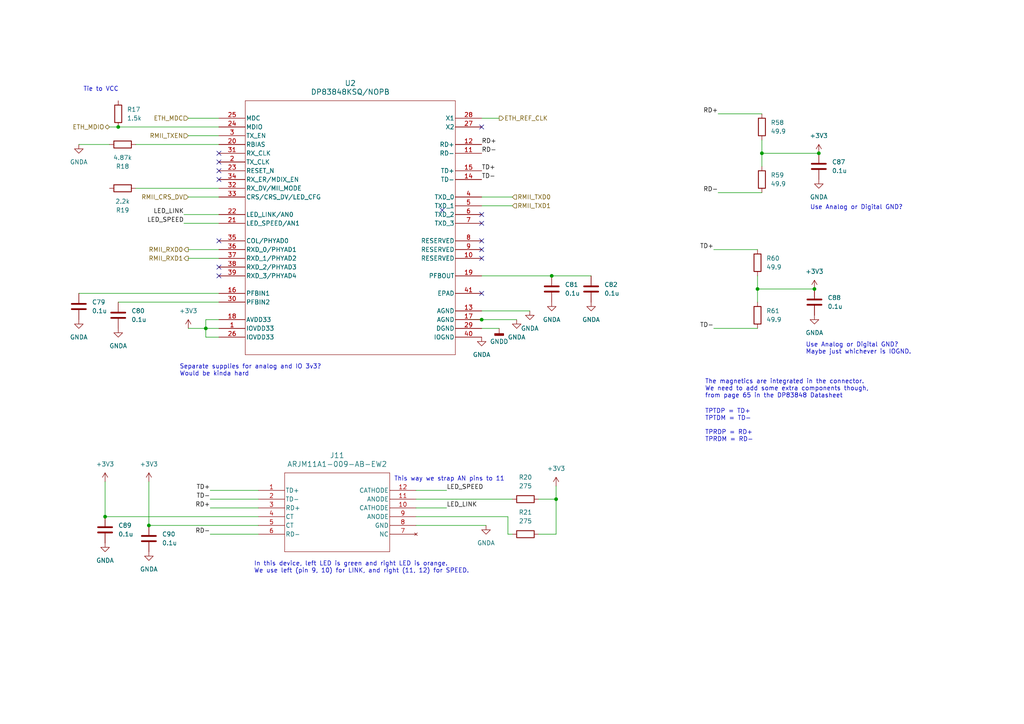
<source format=kicad_sch>
(kicad_sch (version 20231120) (generator "eeschema") (generator_version "8.0")
  (paper "A4")
  (lib_symbols
    (symbol "ARJM11A1-009-AB-EW2:ARJM11A1-009-AB-EW2" (pin_names (offset 0.254))
      (property "Reference" "J" (at 22.86 10.16 0))
      (property "Value" "ARJM11A1-009-AB-EW2" (at 22.86 7.62 0))
      (symbol "ARJM11A1-009-AB-EW2_0_1"
        (polyline (pts (xy 7.62 -17.78) (xy 38.1 -17.78)) (stroke (width 0.127)))
        (polyline (pts (xy 7.62 5.08) (xy 7.62 -17.78)) (stroke (width 0.127)))
        (polyline (pts (xy 38.1 -17.78) (xy 38.1 5.08)) (stroke (width 0.127)))
        (polyline (pts (xy 38.1 5.08) (xy 7.62 5.08)) (stroke (width 0.127)))
        (pin unspecified line (at 0 0 0) (length 7.62) (name "TD+") (number "1"))
        (pin unspecified line (at 45.72 -5.08 180) (length 7.62) (name "CATHODE") (number "10"))
        (pin unspecified line (at 45.72 -2.54 180) (length 7.62) (name "ANODE") (number "11"))
        (pin unspecified line (at 45.72 0 180) (length 7.62) (name "CATHODE") (number "12"))
        (pin unspecified line (at 0 -2.54 0) (length 7.62) (name "TD-") (number "2"))
        (pin unspecified line (at 0 -5.08 0) (length 7.62) (name "RD+") (number "3"))
        (pin unspecified line (at 0 -7.62 0) (length 7.62) (name "CT") (number "4"))
        (pin unspecified line (at 0 -10.16 0) (length 7.62) (name "CT") (number "5"))
        (pin unspecified line (at 0 -12.7 0) (length 7.62) (name "RD-") (number "6"))
        (pin no_connect line (at 45.72 -12.7 180) (length 7.62) (name "NC") (number "7"))
        (pin power_out line (at 45.72 -10.16 180) (length 7.62) (name "GND") (number "8"))
        (pin unspecified line (at 45.72 -7.62 180) (length 7.62) (name "ANODE") (number "9"))
      )
    )
    (symbol "DP83848K:DP83848KSQ_NOPB" (pin_names (offset 0.254))
      (property "Reference" "U" (at 38.1 10.16 0))
      (property "Value" "DP83848KSQ/NOPB" (at 38.1 7.62 0))
      (symbol "DP83848KSQ_NOPB_0_1"
        (polyline (pts (xy 7.62 -68.58) (xy 68.58 -68.58)) (stroke (width 0.127)))
        (polyline (pts (xy 7.62 5.08) (xy 7.62 -68.58)) (stroke (width 0.127)))
        (polyline (pts (xy 68.58 -68.58) (xy 68.58 5.08)) (stroke (width 0.127)))
        (polyline (pts (xy 68.58 5.08) (xy 7.62 5.08)) (stroke (width 0.127)))
        (pin power_in line (at 0 -60.96 0) (length 7.62) (name "IOVDD33") (number "1"))
        (pin bidirectional line (at 76.2 -40.64 180) (length 7.62) (name "RESERVED") (number "10"))
        (pin bidirectional line (at 76.2 -10.16 180) (length 7.62) (name "RD-") (number "11"))
        (pin bidirectional line (at 76.2 -7.62 180) (length 7.62) (name "RD+") (number "12"))
        (pin power_in line (at 76.2 -55.88 180) (length 7.62) (name "AGND") (number "13"))
        (pin bidirectional line (at 76.2 -17.78 180) (length 7.62) (name "TD-") (number "14"))
        (pin bidirectional line (at 76.2 -15.24 180) (length 7.62) (name "TD+") (number "15"))
        (pin input line (at 0 -50.8 0) (length 7.62) (name "PFBIN1") (number "16"))
        (pin power_in line (at 76.2 -58.42 180) (length 7.62) (name "AGND") (number "17"))
        (pin power_in line (at 0 -58.42 0) (length 7.62) (name "AVDD33") (number "18"))
        (pin output line (at 76.2 -45.72 180) (length 7.62) (name "PFBOUT") (number "19"))
        (pin output line (at 0 -12.7 0) (length 7.62) (name "TX_CLK") (number "2"))
        (pin input line (at 0 -7.62 0) (length 7.62) (name "RBIAS") (number "20"))
        (pin output line (at 0 -30.48 0) (length 7.62) (name "LED_SPEED/AN1") (number "21"))
        (pin output line (at 0 -27.94 0) (length 7.62) (name "LED_LINK/AN0") (number "22"))
        (pin input line (at 0 -15.24 0) (length 7.62) (name "RESET_N") (number "23"))
        (pin bidirectional line (at 0 -2.54 0) (length 7.62) (name "MDIO") (number "24"))
        (pin input line (at 0 0 0) (length 7.62) (name "MDC") (number "25"))
        (pin power_in line (at 0 -63.5 0) (length 7.62) (name "IOVDD33") (number "26"))
        (pin output line (at 76.2 -2.54 180) (length 7.62) (name "X2") (number "27"))
        (pin input line (at 76.2 0 180) (length 7.62) (name "X1") (number "28"))
        (pin power_in line (at 76.2 -60.96 180) (length 7.62) (name "DGND") (number "29"))
        (pin input line (at 0 -5.08 0) (length 7.62) (name "TX_EN") (number "3"))
        (pin input line (at 0 -53.34 0) (length 7.62) (name "PFBIN2") (number "30"))
        (pin output line (at 0 -10.16 0) (length 7.62) (name "RX_CLK") (number "31"))
        (pin output line (at 0 -20.32 0) (length 7.62) (name "RX_DV/MII_MODE") (number "32"))
        (pin output line (at 0 -22.86 0) (length 7.62) (name "CRS/CRS_DV/LED_CFG") (number "33"))
        (pin output line (at 0 -17.78 0) (length 7.62) (name "RX_ER/MDIX_EN") (number "34"))
        (pin output line (at 0 -35.56 0) (length 7.62) (name "COL/PHYAD0") (number "35"))
        (pin output line (at 0 -38.1 0) (length 7.62) (name "RXD_0/PHYAD1") (number "36"))
        (pin output line (at 0 -40.64 0) (length 7.62) (name "RXD_1/PHYAD2") (number "37"))
        (pin output line (at 0 -43.18 0) (length 7.62) (name "RXD_2/PHYAD3") (number "38"))
        (pin output line (at 0 -45.72 0) (length 7.62) (name "RXD_3/PHYAD4") (number "39"))
        (pin input line (at 76.2 -22.86 180) (length 7.62) (name "TXD_0") (number "4"))
        (pin power_in line (at 76.2 -63.5 180) (length 7.62) (name "IOGND") (number "40"))
        (pin unspecified line (at 76.2 -50.8 180) (length 7.62) (name "EPAD") (number "41"))
        (pin input line (at 76.2 -25.4 180) (length 7.62) (name "TXD_1") (number "5"))
        (pin input line (at 76.2 -27.94 180) (length 7.62) (name "TXD_2") (number "6"))
        (pin input line (at 76.2 -30.48 180) (length 7.62) (name "TXD_3") (number "7"))
        (pin bidirectional line (at 76.2 -35.56 180) (length 7.62) (name "RESERVED") (number "8"))
        (pin bidirectional line (at 76.2 -38.1 180) (length 7.62) (name "RESERVED") (number "9"))
      )
    )
    (symbol "Device:C" (pin_numbers hide) (pin_names (offset 0.254))
      (property "Reference" "C" (at 0.635 2.54 0))
      (property "Value" "C" (at 0.635 -2.54 0))
      (symbol "C_0_1"
        (polyline (pts (xy -2.032 -0.762) (xy 2.032 -0.762)) (stroke (width 0.508)))
        (polyline (pts (xy -2.032 0.762) (xy 2.032 0.762)) (stroke (width 0.508)))
      )
      (symbol "C_1_1"
        (pin passive line (at 0 3.81 270) (length 2.794) (name "~") (number "1"))
        (pin passive line (at 0 -3.81 90) (length 2.794) (name "~") (number "2"))
      )
    )
    (symbol "Device:R" (pin_numbers hide) (pin_names (offset 0))
      (property "Reference" "R" (at 2.032 0 90))
      (property "Value" "R" (at 0 0 90))
      (symbol "R_0_1"
        (rectangle (start -1.016 -2.54) (end 1.016 2.54) (stroke (width 0.254)))
      )
      (symbol "R_1_1"
        (pin passive line (at 0 3.81 270) (length 1.27) (name "~") (number "1"))
        (pin passive line (at 0 -3.81 90) (length 1.27) (name "~") (number "2"))
      )
    )
    (symbol "power:+3V3" (power) (pin_names (offset 0))
      (property "Value" "+3V3" (at 0 3.556 0))
      (symbol "+3V3_0_1"
        (polyline (pts (xy -0.762 1.27) (xy 0 2.54)))
        (polyline (pts (xy 0 0) (xy 0 2.54)))
        (polyline (pts (xy 0 2.54) (xy 0.762 1.27)))
      )
      (symbol "+3V3_1_1"
        (pin power_in line (at 0 0 90) (length 0) hide (name "+3V3") (number "1"))
      )
    )
    (symbol "power:GNDA" (power) (pin_names (offset 0))
      (property "Value" "GNDA" (at 0 -3.81 0))
      (symbol "GNDA_0_1"
        (polyline (pts (xy 0 0) (xy 0 -1.27) (xy 1.27 -1.27) (xy 0 -2.54) (xy -1.27 -1.27) (xy 0 -1.27)))
      )
      (symbol "GNDA_1_1"
        (pin power_in line (at 0 0 270) (length 0) hide (name "GNDA") (number "1"))
      )
    )
    (symbol "power:GNDD" (power) (pin_names (offset 0))
      (property "Value" "GNDD" (at 0 -3.175 0))
      (symbol "GNDD_0_1"
        (rectangle (start -1.27 -1.524) (end 1.27 -2.032) (stroke (width 0.254)) (fill (type outline)))
        (polyline (pts (xy 0 0) (xy 0 -1.524)))
      )
      (symbol "GNDD_1_1"
        (pin power_in line (at 0 0 270) (length 0) hide (name "GNDD") (number "1"))
      )
    )
  )
  (junction (at 139.7 92.71))
  (junction (at 59.69 95.25))
  (junction (at 160.02 80.01))
  (junction (at 34.29 36.83))
  (junction (at 161.29 144.78))
  (junction (at 236.22 83.82))
  (junction (at 30.48 149.86))
  (junction (at 43.18 152.4))
  (junction (at 219.71 83.82))
  (junction (at 237.49 44.45))
  (junction (at 220.98 44.45))
  (no_connect (at 139.7 36.83))
  (no_connect (at 139.7 64.77))
  (no_connect (at 139.7 85.09))
  (no_connect (at 63.5 52.07))
  (no_connect (at 63.5 46.99))
  (no_connect (at 139.7 62.23))
  (no_connect (at 139.7 69.85))
  (no_connect (at 128.27 60.96))
  (no_connect (at 63.5 49.53))
  (no_connect (at 63.5 69.85))
  (no_connect (at 63.5 80.01))
  (no_connect (at 139.7 74.93))
  (no_connect (at 63.5 44.45))
  (no_connect (at 139.7 72.39))
  (no_connect (at 63.5 77.47))
  (wire (pts (xy 139.7 95.25) (xy 144.78 95.25)))
  (wire (pts (xy 161.29 144.78) (xy 156.21 144.78)))
  (wire (pts (xy 60.96 142.24) (xy 74.93 142.24)))
  (wire (pts (xy 161.29 140.97) (xy 161.29 144.78)))
  (wire (pts (xy 144.78 34.29) (xy 139.7 34.29)))
  (wire (pts (xy 148.59 144.78) (xy 120.65 144.78)))
  (wire (pts (xy 43.18 152.4) (xy 74.93 152.4)))
  (wire (pts (xy 135.89 92.71) (xy 139.7 92.71)))
  (wire (pts (xy 30.48 139.7) (xy 30.48 149.86)))
  (wire (pts (xy 30.48 149.86) (xy 74.93 149.86)))
  (wire (pts (xy 219.71 83.82) (xy 219.71 87.63)))
  (wire (pts (xy 207.01 95.25) (xy 219.71 95.25)))
  (wire (pts (xy 148.59 154.94) (xy 147.32 154.94)))
  (wire (pts (xy 60.96 154.94) (xy 74.93 154.94)))
  (wire (pts (xy 129.54 147.32) (xy 120.65 147.32)))
  (wire (pts (xy 22.86 85.09) (xy 63.5 85.09)))
  (wire (pts (xy 39.37 41.91) (xy 63.5 41.91)))
  (wire (pts (xy 60.96 144.78) (xy 74.93 144.78)))
  (wire (pts (xy 220.98 44.45) (xy 220.98 48.26)))
  (wire (pts (xy 34.29 87.63) (xy 63.5 87.63)))
  (wire (pts (xy 54.61 72.39) (xy 63.5 72.39)))
  (wire (pts (xy 31.75 36.83) (xy 34.29 36.83)))
  (wire (pts (xy 139.7 90.17) (xy 153.67 90.17)))
  (wire (pts (xy 54.61 57.15) (xy 63.5 57.15)))
  (wire (pts (xy 54.61 39.37) (xy 63.5 39.37)))
  (wire (pts (xy 53.34 64.77) (xy 63.5 64.77)))
  (wire (pts (xy 147.32 154.94) (xy 147.32 149.86)))
  (wire (pts (xy 220.98 44.45) (xy 220.98 40.64)))
  (wire (pts (xy 219.71 83.82) (xy 219.71 80.01)))
  (wire (pts (xy 139.7 80.01) (xy 160.02 80.01)))
  (wire (pts (xy 148.59 59.69) (xy 139.7 59.69)))
  (wire (pts (xy 207.01 72.39) (xy 219.71 72.39)))
  (wire (pts (xy 120.65 152.4) (xy 140.97 152.4)))
  (wire (pts (xy 148.59 57.15) (xy 139.7 57.15)))
  (wire (pts (xy 54.61 34.29) (xy 63.5 34.29)))
  (wire (pts (xy 54.61 74.93) (xy 63.5 74.93)))
  (wire (pts (xy 208.28 33.02) (xy 220.98 33.02)))
  (wire (pts (xy 53.34 62.23) (xy 63.5 62.23)))
  (wire (pts (xy 34.29 36.83) (xy 63.5 36.83)))
  (wire (pts (xy 59.69 95.25) (xy 63.5 95.25)))
  (wire (pts (xy 60.96 147.32) (xy 74.93 147.32)))
  (wire (pts (xy 208.28 55.88) (xy 220.98 55.88)))
  (wire (pts (xy 43.18 139.7) (xy 43.18 152.4)))
  (wire (pts (xy 31.75 41.91) (xy 22.86 41.91)))
  (wire (pts (xy 54.61 95.25) (xy 59.69 95.25)))
  (wire (pts (xy 161.29 154.94) (xy 161.29 144.78)))
  (wire (pts (xy 59.69 92.71) (xy 59.69 95.25)))
  (wire (pts (xy 129.54 142.24) (xy 120.65 142.24)))
  (wire (pts (xy 160.02 80.01) (xy 171.45 80.01)))
  (wire (pts (xy 156.21 154.94) (xy 161.29 154.94)))
  (wire (pts (xy 147.32 149.86) (xy 120.65 149.86)))
  (wire (pts (xy 63.5 92.71) (xy 59.69 92.71)))
  (wire (pts (xy 63.5 97.79) (xy 59.69 97.79)))
  (wire (pts (xy 237.49 44.45) (xy 220.98 44.45)))
  (wire (pts (xy 59.69 97.79) (xy 59.69 95.25)))
  (wire (pts (xy 139.7 92.71) (xy 149.86 92.71)))
  (wire (pts (xy 236.22 83.82) (xy 219.71 83.82)))
  (wire (pts (xy 39.37 54.61) (xy 63.5 54.61)))
  (text "This way we strap AN pins to 11" (at 114.3 139.7 0) (effects (font (size 1.27 1.27)) (justify left bottom)))
  (text "TPTDP = TD+\nTPTDM = TD-\n\nTPRDP = RD+\nTPRDM = RD-" (at 204.47 128.27 0) (effects (font (size 1.27 1.27)) (justify left bottom)))
  (text "The magnetics are integrated in the connector.\nWe need to add some extra components though, \nfrom page 65 in the DP83848 Datasheet" (at 204.47 115.57 0) (effects (font (size 1.27 1.27)) (justify left bottom)))
  (text "Separate supplies for analog and IO 3v3?\nWould be kinda hard" (at 52.07 109.22 0) (effects (font (size 1.27 1.27)) (justify left bottom)))
  (text "Use Analog or Digital GND?" (at 234.95 60.96 0) (effects (font (size 1.27 1.27)) (justify left bottom)))
  (text "Tie to VCC" (at 24.13 26.67 0) (effects (font (size 1.27 1.27)) (justify left bottom)))
  (text "Use Analog or Digital GND?\nMaybe just whichever is IOGND. " (at 233.68 102.87 0) (effects (font (size 1.27 1.27)) (justify left bottom)))
  (text "In this device, left LED is green and right LED is orange.\nWe use left (pin 9, 10) for LINK, and right (11, 12) for SPEED." (at 73.66 166.37 0) (effects (font (size 1.27 1.27)) (justify left bottom)))
  (label "RD+" (at 208.28 33.02 180))
  (label "RD+" (at 139.7 41.91 0))
  (label "LED_SPEED" (at 53.34 64.77 180))
  (label "TD-" (at 60.96 144.78 180))
  (label "RD+" (at 60.96 147.32 180))
  (label "TD+" (at 139.7 49.53 0))
  (label "TD-" (at 139.7 52.07 0))
  (label "LED_LINK" (at 129.54 147.32 0))
  (label "TD-" (at 207.01 95.25 180))
  (label "LED_SPEED" (at 129.54 142.24 0))
  (label "TD+" (at 60.96 142.24 180))
  (label "RD-" (at 139.7 44.45 0))
  (label "RD-" (at 60.96 154.94 180))
  (label "LED_LINK" (at 53.34 62.23 180))
  (label "TD+" (at 207.01 72.39 180))
  (label "RD-" (at 208.28 55.88 180))
  (hierarchical_label "ETH_REF_CLK" (shape output) (at 144.78 34.29 0))
  (hierarchical_label "RMII_TXD1" (shape input) (at 148.59 59.69 0))
  (hierarchical_label "RMII_TXD0" (shape input) (at 148.59 57.15 0))
  (hierarchical_label "ETH_MDC" (shape input) (at 54.61 34.29 180))
  (hierarchical_label "RMII_RXD0" (shape output) (at 54.61 72.39 180))
  (hierarchical_label "RMII_CRS_DV" (shape input) (at 54.61 57.15 180))
  (hierarchical_label "RMII_RXD1" (shape output) (at 54.61 74.93 180))
  (hierarchical_label "RMII_TXEN" (shape input) (at 54.61 39.37 180))
  (hierarchical_label "ETH_MDIO" (shape bidirectional) (at 31.75 36.83 180))
  (symbol (lib_id "power:GNDA") (at 237.49 52.07 0) (unit 1)
    (property "Reference" "#PWR0131" (effects (hide yes)))
    (property "Value" "GNDA" (at 237.49 57.15 0))
  )
  (symbol (lib_id "Device:C") (at 171.45 83.82 0) (unit 1)
    (property "Reference" "C82" (at 175.26 82.55 0) (effects (justify left)))
    (property "Value" "0.1u" (at 175.26 85.09 0) (effects (justify left)))
  )
  (symbol (lib_id "Device:C") (at 160.02 83.82 0) (unit 1)
    (property "Reference" "C81" (at 163.83 82.55 0) (effects (justify left)))
    (property "Value" "0.1u" (at 163.83 85.09 0) (effects (justify left)))
  )
  (symbol (lib_id "power:+3V3") (at 237.49 44.45 0) (unit 1)
    (property "Reference" "#PWR0130" (effects (hide yes)))
    (property "Value" "+3V3" (at 237.49 39.37 0))
  )
  (symbol (lib_id "Device:C") (at 43.18 156.21 0) (unit 1)
    (property "Reference" "C90" (at 46.99 154.94 0) (effects (justify left)))
    (property "Value" "0.1u" (at 46.99 157.48 0) (effects (justify left)))
  )
  (symbol (lib_id "power:GNDA") (at 149.86 92.71 0) (unit 1)
    (property "Reference" "#PWR085" (effects (hide yes)))
    (property "Value" "GNDA" (at 149.86 97.79 0))
  )
  (symbol (lib_id "Device:R") (at 34.29 33.02 0) (unit 1)
    (property "Reference" "R17" (at 36.83 31.75 0) (effects (justify left)))
    (property "Value" "1.5k" (at 36.83 34.29 0) (effects (justify left)))
  )
  (symbol (lib_id "power:GNDA") (at 30.48 157.48 0) (unit 1)
    (property "Reference" "#PWR0135" (effects (hide yes)))
    (property "Value" "GNDA" (at 30.48 162.56 0))
  )
  (symbol (lib_id "Device:C") (at 30.48 153.67 0) (unit 1)
    (property "Reference" "C89" (at 34.29 152.4 0) (effects (justify left)))
    (property "Value" "0.1u" (at 34.29 154.94 0) (effects (justify left)))
  )
  (symbol (lib_id "power:GNDA") (at 236.22 91.44 0) (unit 1)
    (property "Reference" "#PWR0133" (effects (hide yes)))
    (property "Value" "GNDA" (at 236.22 96.52 0))
  )
  (symbol (lib_id "Device:R") (at 219.71 76.2 0) (unit 1)
    (property "Reference" "R60" (at 222.25 74.93 0) (effects (justify left)))
    (property "Value" "49.9" (at 222.25 77.47 0) (effects (justify left)))
  )
  (symbol (lib_id "power:+3V3") (at 236.22 83.82 0) (unit 1)
    (property "Reference" "#PWR0132" (effects (hide yes)))
    (property "Value" "+3V3" (at 236.22 78.74 0))
  )
  (symbol (lib_id "power:GNDA") (at 140.97 152.4 0) (unit 1)
    (property "Reference" "#PWR087" (effects (hide yes)))
    (property "Value" "GNDA" (at 140.97 157.48 0))
  )
  (symbol (lib_id "Device:R") (at 35.56 41.91 270) (mirror x) (unit 1)
    (property "Reference" "R18" (at 35.56 48.26 90))
    (property "Value" "4.87k" (at 35.56 45.72 90))
    (property "Tolerance" "1%" (effects (hide yes)))
  )
  (symbol (lib_id "ARJM11A1-009-AB-EW2:ARJM11A1-009-AB-EW2") (at 74.93 142.24 0) (unit 1)
    (property "Reference" "J11" (at 97.79 132.08 0) (effects (font (size 1.524 1.524))))
    (property "Value" "ARJM11A1-009-AB-EW2" (at 97.79 134.62 0) (effects (font (size 1.524 1.524))))
    (property "Footprint" "ARJM11A1-009-AB-EW2_ABR" (effects (hide yes)))
    (property "Datasheet" "ARJM11A1-009-AB-EW2" (effects (hide yes)))
  )
  (symbol (lib_id "Device:C") (at 22.86 88.9 0) (unit 1)
    (property "Reference" "C79" (at 26.67 87.63 0) (effects (justify left)))
    (property "Value" "0.1u" (at 26.67 90.17 0) (effects (justify left)))
  )
  (symbol (lib_id "power:GNDA") (at 139.7 97.79 0) (unit 1)
    (property "Reference" "#PWR0138" (effects (hide yes)))
    (property "Value" "GNDA" (at 139.7 102.87 0))
  )
  (symbol (lib_id "Device:R") (at 152.4 154.94 90) (unit 1)
    (property "Reference" "R21" (at 152.4 148.59 90))
    (property "Value" "275" (at 152.4 151.13 90))
  )
  (symbol (lib_id "power:GNDA") (at 43.18 160.02 0) (unit 1)
    (property "Reference" "#PWR0136" (effects (hide yes)))
    (property "Value" "GNDA" (at 43.18 165.1 0))
  )
  (symbol (lib_id "power:+3V3") (at 43.18 139.7 0) (unit 1)
    (property "Reference" "#PWR0137" (effects (hide yes)))
    (property "Value" "+3V3" (at 43.18 134.62 0))
  )
  (symbol (lib_id "Device:C") (at 237.49 48.26 0) (unit 1)
    (property "Reference" "C87" (at 241.3 46.99 0) (effects (justify left)))
    (property "Value" "0.1u" (at 241.3 49.53 0) (effects (justify left)))
  )
  (symbol (lib_id "Device:C") (at 34.29 91.44 0) (unit 1)
    (property "Reference" "C80" (at 38.1 90.17 0) (effects (justify left)))
    (property "Value" "0.1u" (at 38.1 92.71 0) (effects (justify left)))
  )
  (symbol (lib_id "power:+3V3") (at 161.29 140.97 0) (unit 1)
    (property "Reference" "#PWR088" (effects (hide yes)))
    (property "Value" "+3V3" (at 161.29 135.89 0))
  )
  (symbol (lib_id "power:+3V3") (at 30.48 139.7 0) (unit 1)
    (property "Reference" "#PWR0134" (effects (hide yes)))
    (property "Value" "+3V3" (at 30.48 134.62 0))
  )
  (symbol (lib_id "power:GNDA") (at 34.29 95.25 0) (unit 1)
    (property "Reference" "#PWR090" (effects (hide yes)))
    (property "Value" "GNDA" (at 34.29 100.33 0))
  )
  (symbol (lib_id "power:GNDD") (at 144.78 95.25 0) (unit 1)
    (property "Reference" "#PWR086" (effects (hide yes)))
    (property "Value" "GNDD" (at 144.78 99.06 0))
  )
  (symbol (lib_id "Device:R") (at 152.4 144.78 90) (unit 1)
    (property "Reference" "R20" (at 152.4 138.43 90))
    (property "Value" "275" (at 152.4 140.97 90))
  )
  (symbol (lib_id "Device:R") (at 220.98 52.07 0) (unit 1)
    (property "Reference" "R59" (at 223.52 50.8 0) (effects (justify left)))
    (property "Value" "49.9" (at 223.52 53.34 0) (effects (justify left)))
  )
  (symbol (lib_id "Device:R") (at 220.98 36.83 0) (unit 1)
    (property "Reference" "R58" (at 223.52 35.56 0) (effects (justify left)))
    (property "Value" "49.9" (at 223.52 38.1 0) (effects (justify left)))
  )
  (symbol (lib_id "power:GNDA") (at 153.67 90.17 0) (unit 1)
    (property "Reference" "#PWR084" (effects (hide yes)))
    (property "Value" "GNDA" (at 153.67 95.25 0))
  )
  (symbol (lib_id "Device:R") (at 35.56 54.61 90) (mirror x) (unit 1)
    (property "Reference" "R19" (at 35.56 60.96 90))
    (property "Value" "2.2k" (at 35.56 58.42 90))
  )
  (symbol (lib_id "power:GNDA") (at 22.86 92.71 0) (unit 1)
    (property "Reference" "#PWR089" (effects (hide yes)))
    (property "Value" "GNDA" (at 22.86 97.79 0))
  )
  (symbol (lib_id "power:GNDA") (at 171.45 87.63 0) (unit 1)
    (property "Reference" "#PWR092" (effects (hide yes)))
    (property "Value" "GNDA" (at 171.45 92.71 0))
  )
  (symbol (lib_id "power:GNDA") (at 22.86 41.91 0) (unit 1)
    (property "Reference" "#PWR083" (effects (hide yes)))
    (property "Value" "GNDA" (at 22.86 46.99 0))
  )
  (symbol (lib_id "Device:R") (at 219.71 91.44 0) (unit 1)
    (property "Reference" "R61" (at 222.25 90.17 0) (effects (justify left)))
    (property "Value" "49.9" (at 222.25 92.71 0) (effects (justify left)))
  )
  (symbol (lib_id "Device:C") (at 236.22 87.63 0) (unit 1)
    (property "Reference" "C88" (at 240.03 86.36 0) (effects (justify left)))
    (property "Value" "0.1u" (at 240.03 88.9 0) (effects (justify left)))
  )
  (symbol (lib_id "DP83848K:DP83848KSQ_NOPB") (at 63.5 34.29 0) (unit 1)
    (property "Reference" "U2" (at 101.6 24.13 0) (effects (font (size 1.524 1.524))))
    (property "Value" "DP83848KSQ/NOPB" (at 101.6 26.67 0) (effects (font (size 1.524 1.524))))
    (property "Footprint" "RTA40" (effects (hide yes)))
    (property "Datasheet" "DP83848KSQ/NOPB" (effects (hide yes)))
  )
  (symbol (lib_id "power:+3V3") (at 54.61 95.25 0) (unit 1)
    (property "Reference" "#PWR0154" (effects (hide yes)))
    (property "Value" "+3V3" (at 54.61 90.17 0))
  )
  (symbol (lib_id "power:GNDA") (at 160.02 87.63 0) (unit 1)
    (property "Reference" "#PWR091" (effects (hide yes)))
    (property "Value" "GNDA" (at 160.02 92.71 0))
  )
)
</source>
